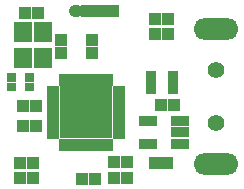
<source format=gts>
G04 (created by PCBNEW-RS274X (2011-05-25)-stable) date Tue 14 Jan 2014 03:28:53 PM CET*
G01*
G70*
G90*
%MOIN*%
G04 Gerber Fmt 3.4, Leading zero omitted, Abs format*
%FSLAX34Y34*%
G04 APERTURE LIST*
%ADD10C,0.006000*%
%ADD11R,0.041500X0.023800*%
%ADD12R,0.023800X0.041500*%
%ADD13R,0.173400X0.173400*%
%ADD14C,0.024000*%
%ADD15O,0.149800X0.071100*%
%ADD16C,0.055300*%
%ADD17R,0.047400X0.042000*%
%ADD18O,0.047400X0.042000*%
%ADD19R,0.043500X0.039500*%
%ADD20R,0.039500X0.043500*%
%ADD21R,0.059200X0.036400*%
%ADD22R,0.059000X0.067000*%
%ADD23R,0.031700X0.027700*%
G04 APERTURE END LIST*
G54D10*
G54D11*
X-02766Y00257D03*
X-02766Y00060D03*
X-02766Y-00137D03*
X-02766Y-00334D03*
X-02766Y-00531D03*
X-02766Y-00728D03*
X-02766Y-00925D03*
X-02766Y-01122D03*
X-02766Y-01319D03*
G54D12*
X-02461Y-01624D03*
X-02264Y-01624D03*
X-02067Y-01624D03*
X-01870Y-01624D03*
X-01673Y-01624D03*
X-01476Y-01624D03*
X-01279Y-01624D03*
X-01082Y-01624D03*
X-00885Y-01624D03*
G54D11*
X-00580Y-01319D03*
X-00580Y-01122D03*
X-00580Y-00925D03*
X-00580Y-00728D03*
X-00580Y-00531D03*
X-00580Y-00334D03*
X-00580Y-00137D03*
X-00580Y00060D03*
X-00580Y00257D03*
G54D12*
X-00885Y00562D03*
X-01082Y00562D03*
X-01279Y00562D03*
X-01476Y00562D03*
X-01673Y00562D03*
X-01870Y00562D03*
X-02067Y00562D03*
X-02264Y00562D03*
X-02461Y00562D03*
G54D13*
X-01673Y-00531D03*
G54D14*
X-01673Y-00531D03*
X-01279Y-00531D03*
X-02067Y-00531D03*
X-02067Y-00137D03*
X-01673Y-00137D03*
X-01279Y-00137D03*
X-01279Y-00925D03*
X-01673Y-00925D03*
X-02067Y-00925D03*
G54D15*
X02652Y02245D03*
X02652Y-02243D03*
G54D16*
X02652Y-00885D03*
X02652Y00887D03*
G54D17*
X-01600Y02850D03*
X-01200Y02850D03*
G54D18*
X-02000Y02850D03*
G54D17*
X-00800Y02850D03*
G54D19*
X-03347Y-00335D03*
X-03779Y-00335D03*
X-03858Y-02205D03*
X-03426Y-02205D03*
G54D20*
X-02500Y01438D03*
X-02500Y01870D03*
G54D19*
X-00747Y-02185D03*
X-00315Y-02185D03*
X01053Y02579D03*
X00621Y02579D03*
G54D20*
X-01476Y01438D03*
X-01476Y01870D03*
G54D19*
X-03779Y-00984D03*
X-03347Y-00984D03*
X-03700Y02795D03*
X-03268Y02795D03*
X-00315Y-02736D03*
X-00747Y-02736D03*
G54D21*
X01444Y-01575D03*
X01444Y-01201D03*
X01444Y-00827D03*
X00406Y-00827D03*
X00406Y-01575D03*
G54D19*
X01043Y-02205D03*
X00611Y-02205D03*
G54D22*
X-03780Y02146D03*
X-03110Y02146D03*
X-03110Y01280D03*
X-03780Y01280D03*
G54D19*
X-03877Y-02736D03*
X-03445Y-02736D03*
X01053Y02087D03*
X00621Y02087D03*
X00827Y-00295D03*
X01259Y-00295D03*
G54D23*
X00492Y00728D03*
X00492Y00472D03*
X00492Y00216D03*
X01240Y00216D03*
X01240Y00472D03*
X01240Y00728D03*
G54D10*
G36*
X-04000Y00460D02*
X-04000Y00164D01*
X-04316Y00164D01*
X-04316Y00460D01*
X-04000Y00460D01*
X-04000Y00460D01*
G37*
G36*
X-03400Y00460D02*
X-03400Y00164D01*
X-03716Y00164D01*
X-03716Y00460D01*
X-03400Y00460D01*
X-03400Y00460D01*
G37*
G36*
X-04000Y00780D02*
X-04000Y00484D01*
X-04316Y00484D01*
X-04316Y00780D01*
X-04000Y00780D01*
X-04000Y00780D01*
G37*
G36*
X-03400Y00780D02*
X-03400Y00484D01*
X-03716Y00484D01*
X-03716Y00780D01*
X-03400Y00780D01*
X-03400Y00780D01*
G37*
G54D19*
X-01364Y-02740D03*
X-01796Y-02740D03*
M02*

</source>
